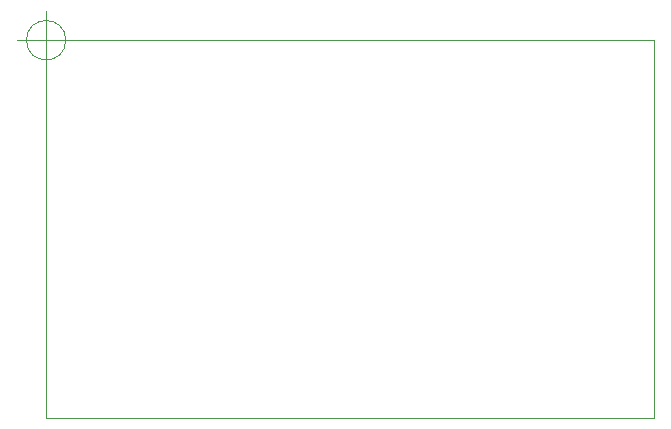
<source format=gbr>
%TF.GenerationSoftware,KiCad,Pcbnew,5.1.9-73d0e3b20d~88~ubuntu20.04.1*%
%TF.CreationDate,2021-04-13T12:06:45+02:00*%
%TF.ProjectId,piezo,7069657a-6f2e-46b6-9963-61645f706362,rev?*%
%TF.SameCoordinates,Original*%
%TF.FileFunction,Profile,NP*%
%FSLAX46Y46*%
G04 Gerber Fmt 4.6, Leading zero omitted, Abs format (unit mm)*
G04 Created by KiCad (PCBNEW 5.1.9-73d0e3b20d~88~ubuntu20.04.1) date 2021-04-13 12:06:45*
%MOMM*%
%LPD*%
G01*
G04 APERTURE LIST*
%TA.AperFunction,Profile*%
%ADD10C,0.100000*%
%TD*%
G04 APERTURE END LIST*
D10*
X99666666Y-117500000D02*
G75*
G03*
X99666666Y-117500000I-1666666J0D01*
G01*
X95500000Y-117500000D02*
X100500000Y-117500000D01*
X98000000Y-115000000D02*
X98000000Y-120000000D01*
X149500000Y-149500000D02*
X149500000Y-123500000D01*
X98000000Y-149500000D02*
X149500000Y-149500000D01*
X98000000Y-117500000D02*
X98000000Y-149500000D01*
X149500000Y-117500000D02*
X98000000Y-117500000D01*
X149500000Y-123500000D02*
X149500000Y-117500000D01*
M02*

</source>
